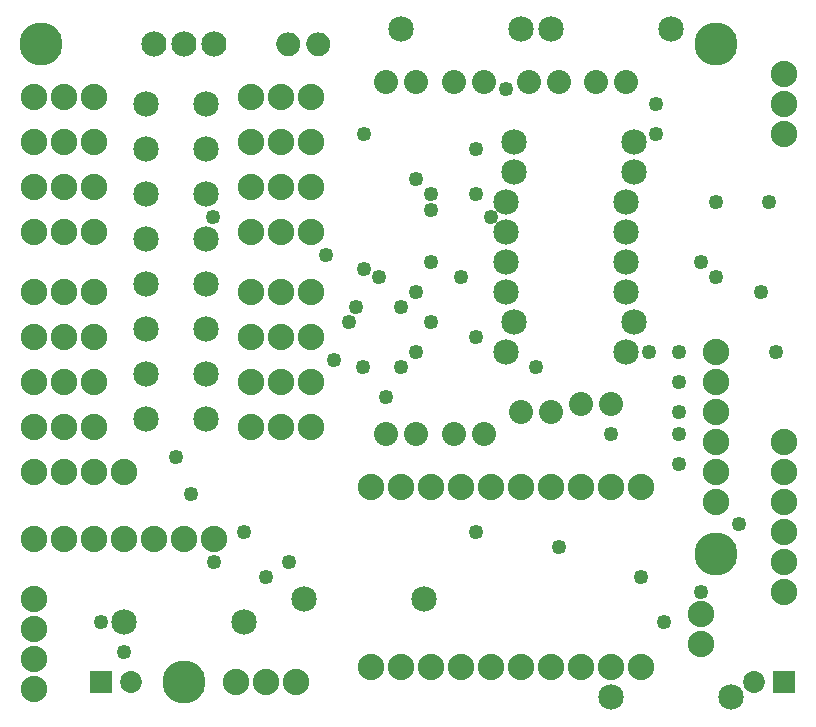
<source format=gbs>
G04 MADE WITH FRITZING*
G04 WWW.FRITZING.ORG*
G04 DOUBLE SIDED*
G04 HOLES PLATED*
G04 CONTOUR ON CENTER OF CONTOUR VECTOR*
%ASAXBY*%
%FSLAX23Y23*%
%MOIN*%
%OFA0B0*%
%SFA1.0B1.0*%
%ADD10C,0.049370*%
%ADD11C,0.088000*%
%ADD12C,0.085000*%
%ADD13C,0.143858*%
%ADD14C,0.084000*%
%ADD15C,0.072992*%
%ADD16C,0.080000*%
%ADD17R,0.072992X0.072992*%
%ADD18R,0.001000X0.001000*%
%LNMASK0*%
G90*
G70*
G54D10*
X2227Y826D03*
X1827Y551D03*
X302Y301D03*
X2177Y301D03*
X2302Y400D03*
X2102Y451D03*
X927Y501D03*
X1176Y1150D03*
X553Y850D03*
X777Y600D03*
X677Y501D03*
X602Y726D03*
G54D11*
X2302Y226D03*
X2302Y326D03*
G54D10*
X2428Y626D03*
X2127Y1201D03*
X2002Y926D03*
X2502Y1401D03*
X2552Y1201D03*
X2527Y1701D03*
X2227Y926D03*
X2227Y1201D03*
X2352Y1451D03*
X2227Y1101D03*
X2227Y1001D03*
X852Y451D03*
X1553Y601D03*
G54D12*
X777Y301D03*
X377Y301D03*
G54D10*
X377Y201D03*
G54D12*
X977Y376D03*
X1377Y376D03*
G54D11*
X677Y576D03*
X577Y576D03*
X477Y576D03*
X377Y576D03*
X277Y576D03*
X177Y576D03*
X77Y576D03*
X2577Y901D03*
X2577Y801D03*
X2577Y701D03*
X2577Y601D03*
X2577Y501D03*
X2577Y401D03*
G54D10*
X1652Y2076D03*
X2152Y2026D03*
X1602Y1651D03*
X2352Y1701D03*
X2302Y1501D03*
G54D13*
X577Y101D03*
G54D14*
X477Y2226D03*
X577Y2226D03*
X677Y2226D03*
G54D13*
X2352Y526D03*
X2352Y2226D03*
X102Y2226D03*
G54D10*
X676Y1650D03*
X1302Y1350D03*
X1302Y1151D03*
X1177Y1476D03*
X1127Y1301D03*
X1078Y1175D03*
X1253Y1050D03*
X1053Y1525D03*
X1151Y1350D03*
G54D11*
X77Y801D03*
X177Y801D03*
X277Y801D03*
X377Y801D03*
G54D10*
X1402Y1301D03*
X1352Y1402D03*
X1352Y1201D03*
X1552Y1726D03*
X1552Y1251D03*
X1502Y1451D03*
X1227Y1451D03*
X1402Y1501D03*
X1752Y1151D03*
G54D12*
X1702Y2276D03*
X1302Y2276D03*
X1802Y2276D03*
X2202Y2276D03*
X2002Y51D03*
X2402Y51D03*
G54D15*
X302Y101D03*
X401Y101D03*
X2577Y101D03*
X2479Y101D03*
G54D10*
X1352Y1776D03*
X1402Y1726D03*
X1402Y1675D03*
X2152Y1926D03*
X1552Y1876D03*
X1177Y1926D03*
G54D12*
X2052Y1501D03*
X1652Y1501D03*
X2052Y1601D03*
X1652Y1601D03*
X2052Y1401D03*
X1652Y1401D03*
X2052Y1701D03*
X1652Y1701D03*
X2077Y1301D03*
X1677Y1301D03*
X2077Y1801D03*
X1677Y1801D03*
X2052Y1201D03*
X1652Y1201D03*
X2077Y1901D03*
X1677Y1901D03*
G54D16*
X1352Y926D03*
X1252Y926D03*
X1577Y926D03*
X1477Y926D03*
X1352Y2101D03*
X1252Y2101D03*
X1577Y2101D03*
X1477Y2101D03*
X1802Y1001D03*
X1702Y1001D03*
X2002Y1026D03*
X1902Y1026D03*
X2052Y2101D03*
X1952Y2101D03*
X1827Y2101D03*
X1727Y2101D03*
G54D12*
X452Y976D03*
X652Y976D03*
X452Y1576D03*
X652Y1576D03*
X452Y1126D03*
X652Y1126D03*
X452Y1726D03*
X652Y1726D03*
X452Y1276D03*
X652Y1276D03*
X452Y1876D03*
X652Y1876D03*
X452Y1426D03*
X652Y1426D03*
X452Y2026D03*
X652Y2026D03*
G54D11*
X1002Y951D03*
X902Y951D03*
X802Y951D03*
X1002Y1601D03*
X902Y1601D03*
X802Y1601D03*
X1002Y1101D03*
X902Y1101D03*
X802Y1101D03*
X1002Y1751D03*
X902Y1751D03*
X802Y1751D03*
X1002Y1251D03*
X902Y1251D03*
X802Y1251D03*
X1002Y1901D03*
X902Y1901D03*
X802Y1901D03*
X1002Y1401D03*
X902Y1401D03*
X802Y1401D03*
X1002Y2051D03*
X902Y2051D03*
X802Y2051D03*
X2352Y701D03*
X2352Y801D03*
X2352Y901D03*
X2352Y1001D03*
X2352Y1101D03*
X2352Y1201D03*
X1202Y151D03*
X1302Y151D03*
X1402Y151D03*
X1502Y151D03*
X1602Y151D03*
X1702Y151D03*
X1802Y151D03*
X1902Y151D03*
X2002Y151D03*
X2102Y151D03*
X1202Y751D03*
X1302Y751D03*
X1402Y751D03*
X1502Y751D03*
X1602Y751D03*
X1702Y751D03*
X1802Y751D03*
X1902Y751D03*
X2002Y751D03*
X2102Y751D03*
X77Y376D03*
X77Y276D03*
X77Y176D03*
X77Y76D03*
X2577Y2126D03*
X2577Y2026D03*
X2577Y1926D03*
X752Y101D03*
X852Y101D03*
X952Y101D03*
X77Y951D03*
X177Y951D03*
X277Y951D03*
X77Y1601D03*
X177Y1601D03*
X277Y1601D03*
X77Y1101D03*
X177Y1101D03*
X277Y1101D03*
X77Y1751D03*
X177Y1751D03*
X277Y1751D03*
X77Y1251D03*
X177Y1251D03*
X277Y1251D03*
X77Y1901D03*
X177Y1901D03*
X277Y1901D03*
X77Y1401D03*
X177Y1401D03*
X277Y1401D03*
X77Y2051D03*
X177Y2051D03*
X277Y2051D03*
G54D17*
X302Y101D03*
X2577Y101D03*
G54D18*
X923Y2266D02*
X929Y2266D01*
X1023Y2266D02*
X1029Y2266D01*
X918Y2265D02*
X935Y2265D01*
X1017Y2265D02*
X1035Y2265D01*
X914Y2264D02*
X939Y2264D01*
X1014Y2264D02*
X1039Y2264D01*
X911Y2263D02*
X942Y2263D01*
X1011Y2263D02*
X1041Y2263D01*
X909Y2262D02*
X944Y2262D01*
X1009Y2262D02*
X1044Y2262D01*
X907Y2261D02*
X945Y2261D01*
X1007Y2261D02*
X1045Y2261D01*
X906Y2260D02*
X947Y2260D01*
X1006Y2260D02*
X1047Y2260D01*
X904Y2259D02*
X949Y2259D01*
X1004Y2259D02*
X1049Y2259D01*
X903Y2258D02*
X950Y2258D01*
X1003Y2258D02*
X1050Y2258D01*
X901Y2257D02*
X951Y2257D01*
X1001Y2257D02*
X1051Y2257D01*
X900Y2256D02*
X952Y2256D01*
X1000Y2256D02*
X1052Y2256D01*
X899Y2255D02*
X954Y2255D01*
X999Y2255D02*
X1054Y2255D01*
X898Y2254D02*
X955Y2254D01*
X998Y2254D02*
X1055Y2254D01*
X897Y2253D02*
X955Y2253D01*
X997Y2253D02*
X1055Y2253D01*
X896Y2252D02*
X956Y2252D01*
X996Y2252D02*
X1056Y2252D01*
X896Y2251D02*
X957Y2251D01*
X996Y2251D02*
X1057Y2251D01*
X895Y2250D02*
X958Y2250D01*
X995Y2250D02*
X1058Y2250D01*
X894Y2249D02*
X959Y2249D01*
X994Y2249D02*
X1059Y2249D01*
X893Y2248D02*
X959Y2248D01*
X993Y2248D02*
X1059Y2248D01*
X893Y2247D02*
X960Y2247D01*
X993Y2247D02*
X1060Y2247D01*
X892Y2246D02*
X961Y2246D01*
X992Y2246D02*
X1060Y2246D01*
X892Y2245D02*
X961Y2245D01*
X992Y2245D02*
X1061Y2245D01*
X891Y2244D02*
X962Y2244D01*
X991Y2244D02*
X1062Y2244D01*
X891Y2243D02*
X962Y2243D01*
X991Y2243D02*
X1062Y2243D01*
X890Y2242D02*
X963Y2242D01*
X990Y2242D02*
X1063Y2242D01*
X890Y2241D02*
X963Y2241D01*
X990Y2241D02*
X1063Y2241D01*
X889Y2240D02*
X963Y2240D01*
X989Y2240D02*
X1063Y2240D01*
X889Y2239D02*
X964Y2239D01*
X989Y2239D02*
X1064Y2239D01*
X889Y2238D02*
X964Y2238D01*
X989Y2238D02*
X1064Y2238D01*
X888Y2237D02*
X964Y2237D01*
X988Y2237D02*
X1064Y2237D01*
X888Y2236D02*
X965Y2236D01*
X988Y2236D02*
X1064Y2236D01*
X888Y2235D02*
X965Y2235D01*
X988Y2235D02*
X1065Y2235D01*
X888Y2234D02*
X965Y2234D01*
X988Y2234D02*
X1065Y2234D01*
X888Y2233D02*
X965Y2233D01*
X988Y2233D02*
X1065Y2233D01*
X887Y2232D02*
X965Y2232D01*
X987Y2232D02*
X1065Y2232D01*
X887Y2231D02*
X965Y2231D01*
X987Y2231D02*
X1065Y2231D01*
X887Y2230D02*
X966Y2230D01*
X987Y2230D02*
X1066Y2230D01*
X887Y2229D02*
X966Y2229D01*
X987Y2229D02*
X1066Y2229D01*
X887Y2228D02*
X966Y2228D01*
X987Y2228D02*
X1066Y2228D01*
X887Y2227D02*
X966Y2227D01*
X987Y2227D02*
X1066Y2227D01*
X887Y2226D02*
X966Y2226D01*
X987Y2226D02*
X1066Y2226D01*
X887Y2225D02*
X966Y2225D01*
X987Y2225D02*
X1066Y2225D01*
X887Y2224D02*
X966Y2224D01*
X987Y2224D02*
X1066Y2224D01*
X887Y2223D02*
X966Y2223D01*
X987Y2223D02*
X1066Y2223D01*
X887Y2222D02*
X966Y2222D01*
X987Y2222D02*
X1066Y2222D01*
X887Y2221D02*
X965Y2221D01*
X987Y2221D02*
X1065Y2221D01*
X887Y2220D02*
X965Y2220D01*
X987Y2220D02*
X1065Y2220D01*
X888Y2219D02*
X965Y2219D01*
X988Y2219D02*
X1065Y2219D01*
X888Y2218D02*
X965Y2218D01*
X988Y2218D02*
X1065Y2218D01*
X888Y2217D02*
X965Y2217D01*
X988Y2217D02*
X1065Y2217D01*
X888Y2216D02*
X964Y2216D01*
X988Y2216D02*
X1064Y2216D01*
X889Y2215D02*
X964Y2215D01*
X988Y2215D02*
X1064Y2215D01*
X889Y2214D02*
X964Y2214D01*
X989Y2214D02*
X1064Y2214D01*
X889Y2213D02*
X964Y2213D01*
X989Y2213D02*
X1063Y2213D01*
X890Y2212D02*
X963Y2212D01*
X989Y2212D02*
X1063Y2212D01*
X890Y2211D02*
X963Y2211D01*
X990Y2211D02*
X1063Y2211D01*
X890Y2210D02*
X962Y2210D01*
X990Y2210D02*
X1062Y2210D01*
X891Y2209D02*
X962Y2209D01*
X991Y2209D02*
X1062Y2209D01*
X891Y2208D02*
X961Y2208D01*
X991Y2208D02*
X1061Y2208D01*
X892Y2207D02*
X961Y2207D01*
X992Y2207D02*
X1061Y2207D01*
X892Y2206D02*
X960Y2206D01*
X992Y2206D02*
X1060Y2206D01*
X893Y2205D02*
X960Y2205D01*
X993Y2205D02*
X1060Y2205D01*
X894Y2204D02*
X959Y2204D01*
X994Y2204D02*
X1059Y2204D01*
X894Y2203D02*
X958Y2203D01*
X994Y2203D02*
X1058Y2203D01*
X895Y2202D02*
X958Y2202D01*
X995Y2202D02*
X1058Y2202D01*
X896Y2201D02*
X957Y2201D01*
X996Y2201D02*
X1057Y2201D01*
X897Y2200D02*
X956Y2200D01*
X997Y2200D02*
X1056Y2200D01*
X898Y2199D02*
X955Y2199D01*
X998Y2199D02*
X1055Y2199D01*
X899Y2198D02*
X954Y2198D01*
X998Y2198D02*
X1054Y2198D01*
X900Y2197D02*
X953Y2197D01*
X1000Y2197D02*
X1053Y2197D01*
X901Y2196D02*
X952Y2196D01*
X1001Y2196D02*
X1052Y2196D01*
X902Y2195D02*
X951Y2195D01*
X1002Y2195D02*
X1051Y2195D01*
X903Y2194D02*
X949Y2194D01*
X1003Y2194D02*
X1049Y2194D01*
X905Y2193D02*
X948Y2193D01*
X1005Y2193D02*
X1048Y2193D01*
X906Y2192D02*
X946Y2192D01*
X1006Y2192D02*
X1046Y2192D01*
X908Y2191D02*
X945Y2191D01*
X1008Y2191D02*
X1045Y2191D01*
X910Y2190D02*
X943Y2190D01*
X1010Y2190D02*
X1043Y2190D01*
X912Y2189D02*
X940Y2189D01*
X1012Y2189D02*
X1040Y2189D01*
X915Y2188D02*
X937Y2188D01*
X1015Y2188D02*
X1037Y2188D01*
X920Y2187D02*
X933Y2187D01*
X1020Y2187D02*
X1033Y2187D01*
D02*
G04 End of Mask0*
M02*
</source>
